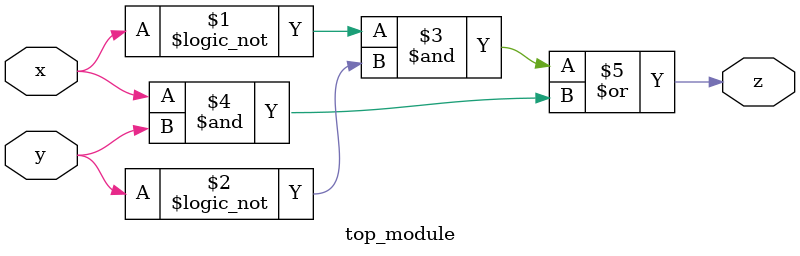
<source format=v>
module top_module ( input x, input y, output z );

    assign  z = (!x & !y) | (x & y);

endmodule

</source>
